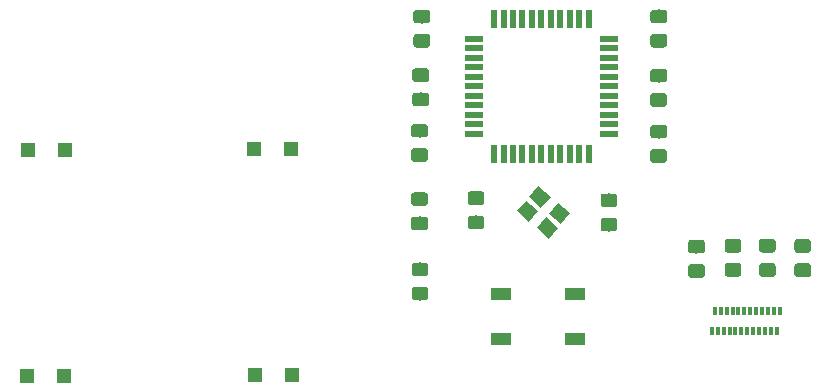
<source format=gtp>
G04 #@! TF.GenerationSoftware,KiCad,Pcbnew,5.1.4*
G04 #@! TF.CreationDate,2019-08-23T15:49:18-05:00*
G04 #@! TF.ProjectId,first_keyboard,66697273-745f-46b6-9579-626f6172642e,rev?*
G04 #@! TF.SameCoordinates,Original*
G04 #@! TF.FileFunction,Paste,Top*
G04 #@! TF.FilePolarity,Positive*
%FSLAX46Y46*%
G04 Gerber Fmt 4.6, Leading zero omitted, Abs format (unit mm)*
G04 Created by KiCad (PCBNEW 5.1.4) date 2019-08-23 15:49:18*
%MOMM*%
%LPD*%
G04 APERTURE LIST*
%ADD10R,0.550000X1.500000*%
%ADD11R,1.500000X0.550000*%
%ADD12C,0.100000*%
%ADD13C,1.150000*%
%ADD14R,1.200000X1.200000*%
%ADD15R,0.300000X0.700000*%
%ADD16R,1.700000X1.000000*%
%ADD17C,1.200000*%
G04 APERTURE END LIST*
D10*
X135968750Y-82773750D03*
X136768750Y-82773750D03*
X137568750Y-82773750D03*
X138368750Y-82773750D03*
X139168750Y-82773750D03*
X139968750Y-82773750D03*
X140768750Y-82773750D03*
X141568750Y-82773750D03*
X142368750Y-82773750D03*
X143168750Y-82773750D03*
X143968750Y-82773750D03*
D11*
X145668750Y-84473750D03*
X145668750Y-85273750D03*
X145668750Y-86073750D03*
X145668750Y-86873750D03*
X145668750Y-87673750D03*
X145668750Y-88473750D03*
X145668750Y-89273750D03*
X145668750Y-90073750D03*
X145668750Y-90873750D03*
X145668750Y-91673750D03*
X145668750Y-92473750D03*
D10*
X143968750Y-94173750D03*
X143168750Y-94173750D03*
X142368750Y-94173750D03*
X141568750Y-94173750D03*
X140768750Y-94173750D03*
X139968750Y-94173750D03*
X139168750Y-94173750D03*
X138368750Y-94173750D03*
X137568750Y-94173750D03*
X136768750Y-94173750D03*
X135968750Y-94173750D03*
D11*
X134268750Y-92473750D03*
X134268750Y-91673750D03*
X134268750Y-90873750D03*
X134268750Y-90073750D03*
X134268750Y-89273750D03*
X134268750Y-88473750D03*
X134268750Y-87673750D03*
X134268750Y-86873750D03*
X134268750Y-86073750D03*
X134268750Y-85273750D03*
X134268750Y-84473750D03*
D12*
G36*
X134912005Y-99418704D02*
G01*
X134936273Y-99422304D01*
X134960072Y-99428265D01*
X134983171Y-99436530D01*
X135005350Y-99447020D01*
X135026393Y-99459632D01*
X135046099Y-99474247D01*
X135064277Y-99490723D01*
X135080753Y-99508901D01*
X135095368Y-99528607D01*
X135107980Y-99549650D01*
X135118470Y-99571829D01*
X135126735Y-99594928D01*
X135132696Y-99618727D01*
X135136296Y-99642995D01*
X135137500Y-99667499D01*
X135137500Y-100317501D01*
X135136296Y-100342005D01*
X135132696Y-100366273D01*
X135126735Y-100390072D01*
X135118470Y-100413171D01*
X135107980Y-100435350D01*
X135095368Y-100456393D01*
X135080753Y-100476099D01*
X135064277Y-100494277D01*
X135046099Y-100510753D01*
X135026393Y-100525368D01*
X135005350Y-100537980D01*
X134983171Y-100548470D01*
X134960072Y-100556735D01*
X134936273Y-100562696D01*
X134912005Y-100566296D01*
X134887501Y-100567500D01*
X133987499Y-100567500D01*
X133962995Y-100566296D01*
X133938727Y-100562696D01*
X133914928Y-100556735D01*
X133891829Y-100548470D01*
X133869650Y-100537980D01*
X133848607Y-100525368D01*
X133828901Y-100510753D01*
X133810723Y-100494277D01*
X133794247Y-100476099D01*
X133779632Y-100456393D01*
X133767020Y-100435350D01*
X133756530Y-100413171D01*
X133748265Y-100390072D01*
X133742304Y-100366273D01*
X133738704Y-100342005D01*
X133737500Y-100317501D01*
X133737500Y-99667499D01*
X133738704Y-99642995D01*
X133742304Y-99618727D01*
X133748265Y-99594928D01*
X133756530Y-99571829D01*
X133767020Y-99549650D01*
X133779632Y-99528607D01*
X133794247Y-99508901D01*
X133810723Y-99490723D01*
X133828901Y-99474247D01*
X133848607Y-99459632D01*
X133869650Y-99447020D01*
X133891829Y-99436530D01*
X133914928Y-99428265D01*
X133938727Y-99422304D01*
X133962995Y-99418704D01*
X133987499Y-99417500D01*
X134887501Y-99417500D01*
X134912005Y-99418704D01*
X134912005Y-99418704D01*
G37*
D13*
X134437500Y-99992500D03*
D12*
G36*
X134912005Y-97368704D02*
G01*
X134936273Y-97372304D01*
X134960072Y-97378265D01*
X134983171Y-97386530D01*
X135005350Y-97397020D01*
X135026393Y-97409632D01*
X135046099Y-97424247D01*
X135064277Y-97440723D01*
X135080753Y-97458901D01*
X135095368Y-97478607D01*
X135107980Y-97499650D01*
X135118470Y-97521829D01*
X135126735Y-97544928D01*
X135132696Y-97568727D01*
X135136296Y-97592995D01*
X135137500Y-97617499D01*
X135137500Y-98267501D01*
X135136296Y-98292005D01*
X135132696Y-98316273D01*
X135126735Y-98340072D01*
X135118470Y-98363171D01*
X135107980Y-98385350D01*
X135095368Y-98406393D01*
X135080753Y-98426099D01*
X135064277Y-98444277D01*
X135046099Y-98460753D01*
X135026393Y-98475368D01*
X135005350Y-98487980D01*
X134983171Y-98498470D01*
X134960072Y-98506735D01*
X134936273Y-98512696D01*
X134912005Y-98516296D01*
X134887501Y-98517500D01*
X133987499Y-98517500D01*
X133962995Y-98516296D01*
X133938727Y-98512696D01*
X133914928Y-98506735D01*
X133891829Y-98498470D01*
X133869650Y-98487980D01*
X133848607Y-98475368D01*
X133828901Y-98460753D01*
X133810723Y-98444277D01*
X133794247Y-98426099D01*
X133779632Y-98406393D01*
X133767020Y-98385350D01*
X133756530Y-98363171D01*
X133748265Y-98340072D01*
X133742304Y-98316273D01*
X133738704Y-98292005D01*
X133737500Y-98267501D01*
X133737500Y-97617499D01*
X133738704Y-97592995D01*
X133742304Y-97568727D01*
X133748265Y-97544928D01*
X133756530Y-97521829D01*
X133767020Y-97499650D01*
X133779632Y-97478607D01*
X133794247Y-97458901D01*
X133810723Y-97440723D01*
X133828901Y-97424247D01*
X133848607Y-97409632D01*
X133869650Y-97397020D01*
X133891829Y-97386530D01*
X133914928Y-97378265D01*
X133938727Y-97372304D01*
X133962995Y-97368704D01*
X133987499Y-97367500D01*
X134887501Y-97367500D01*
X134912005Y-97368704D01*
X134912005Y-97368704D01*
G37*
D13*
X134437500Y-97942500D03*
D12*
G36*
X146162005Y-97556204D02*
G01*
X146186273Y-97559804D01*
X146210072Y-97565765D01*
X146233171Y-97574030D01*
X146255350Y-97584520D01*
X146276393Y-97597132D01*
X146296099Y-97611747D01*
X146314277Y-97628223D01*
X146330753Y-97646401D01*
X146345368Y-97666107D01*
X146357980Y-97687150D01*
X146368470Y-97709329D01*
X146376735Y-97732428D01*
X146382696Y-97756227D01*
X146386296Y-97780495D01*
X146387500Y-97804999D01*
X146387500Y-98455001D01*
X146386296Y-98479505D01*
X146382696Y-98503773D01*
X146376735Y-98527572D01*
X146368470Y-98550671D01*
X146357980Y-98572850D01*
X146345368Y-98593893D01*
X146330753Y-98613599D01*
X146314277Y-98631777D01*
X146296099Y-98648253D01*
X146276393Y-98662868D01*
X146255350Y-98675480D01*
X146233171Y-98685970D01*
X146210072Y-98694235D01*
X146186273Y-98700196D01*
X146162005Y-98703796D01*
X146137501Y-98705000D01*
X145237499Y-98705000D01*
X145212995Y-98703796D01*
X145188727Y-98700196D01*
X145164928Y-98694235D01*
X145141829Y-98685970D01*
X145119650Y-98675480D01*
X145098607Y-98662868D01*
X145078901Y-98648253D01*
X145060723Y-98631777D01*
X145044247Y-98613599D01*
X145029632Y-98593893D01*
X145017020Y-98572850D01*
X145006530Y-98550671D01*
X144998265Y-98527572D01*
X144992304Y-98503773D01*
X144988704Y-98479505D01*
X144987500Y-98455001D01*
X144987500Y-97804999D01*
X144988704Y-97780495D01*
X144992304Y-97756227D01*
X144998265Y-97732428D01*
X145006530Y-97709329D01*
X145017020Y-97687150D01*
X145029632Y-97666107D01*
X145044247Y-97646401D01*
X145060723Y-97628223D01*
X145078901Y-97611747D01*
X145098607Y-97597132D01*
X145119650Y-97584520D01*
X145141829Y-97574030D01*
X145164928Y-97565765D01*
X145188727Y-97559804D01*
X145212995Y-97556204D01*
X145237499Y-97555000D01*
X146137501Y-97555000D01*
X146162005Y-97556204D01*
X146162005Y-97556204D01*
G37*
D13*
X145687500Y-98130000D03*
D12*
G36*
X146162005Y-99606204D02*
G01*
X146186273Y-99609804D01*
X146210072Y-99615765D01*
X146233171Y-99624030D01*
X146255350Y-99634520D01*
X146276393Y-99647132D01*
X146296099Y-99661747D01*
X146314277Y-99678223D01*
X146330753Y-99696401D01*
X146345368Y-99716107D01*
X146357980Y-99737150D01*
X146368470Y-99759329D01*
X146376735Y-99782428D01*
X146382696Y-99806227D01*
X146386296Y-99830495D01*
X146387500Y-99854999D01*
X146387500Y-100505001D01*
X146386296Y-100529505D01*
X146382696Y-100553773D01*
X146376735Y-100577572D01*
X146368470Y-100600671D01*
X146357980Y-100622850D01*
X146345368Y-100643893D01*
X146330753Y-100663599D01*
X146314277Y-100681777D01*
X146296099Y-100698253D01*
X146276393Y-100712868D01*
X146255350Y-100725480D01*
X146233171Y-100735970D01*
X146210072Y-100744235D01*
X146186273Y-100750196D01*
X146162005Y-100753796D01*
X146137501Y-100755000D01*
X145237499Y-100755000D01*
X145212995Y-100753796D01*
X145188727Y-100750196D01*
X145164928Y-100744235D01*
X145141829Y-100735970D01*
X145119650Y-100725480D01*
X145098607Y-100712868D01*
X145078901Y-100698253D01*
X145060723Y-100681777D01*
X145044247Y-100663599D01*
X145029632Y-100643893D01*
X145017020Y-100622850D01*
X145006530Y-100600671D01*
X144998265Y-100577572D01*
X144992304Y-100553773D01*
X144988704Y-100529505D01*
X144987500Y-100505001D01*
X144987500Y-99854999D01*
X144988704Y-99830495D01*
X144992304Y-99806227D01*
X144998265Y-99782428D01*
X145006530Y-99759329D01*
X145017020Y-99737150D01*
X145029632Y-99716107D01*
X145044247Y-99696401D01*
X145060723Y-99678223D01*
X145078901Y-99661747D01*
X145098607Y-99647132D01*
X145119650Y-99634520D01*
X145141829Y-99624030D01*
X145164928Y-99615765D01*
X145188727Y-99609804D01*
X145212995Y-99606204D01*
X145237499Y-99605000D01*
X146137501Y-99605000D01*
X146162005Y-99606204D01*
X146162005Y-99606204D01*
G37*
D13*
X145687500Y-100180000D03*
D12*
G36*
X150380755Y-84043704D02*
G01*
X150405023Y-84047304D01*
X150428822Y-84053265D01*
X150451921Y-84061530D01*
X150474100Y-84072020D01*
X150495143Y-84084632D01*
X150514849Y-84099247D01*
X150533027Y-84115723D01*
X150549503Y-84133901D01*
X150564118Y-84153607D01*
X150576730Y-84174650D01*
X150587220Y-84196829D01*
X150595485Y-84219928D01*
X150601446Y-84243727D01*
X150605046Y-84267995D01*
X150606250Y-84292499D01*
X150606250Y-84942501D01*
X150605046Y-84967005D01*
X150601446Y-84991273D01*
X150595485Y-85015072D01*
X150587220Y-85038171D01*
X150576730Y-85060350D01*
X150564118Y-85081393D01*
X150549503Y-85101099D01*
X150533027Y-85119277D01*
X150514849Y-85135753D01*
X150495143Y-85150368D01*
X150474100Y-85162980D01*
X150451921Y-85173470D01*
X150428822Y-85181735D01*
X150405023Y-85187696D01*
X150380755Y-85191296D01*
X150356251Y-85192500D01*
X149456249Y-85192500D01*
X149431745Y-85191296D01*
X149407477Y-85187696D01*
X149383678Y-85181735D01*
X149360579Y-85173470D01*
X149338400Y-85162980D01*
X149317357Y-85150368D01*
X149297651Y-85135753D01*
X149279473Y-85119277D01*
X149262997Y-85101099D01*
X149248382Y-85081393D01*
X149235770Y-85060350D01*
X149225280Y-85038171D01*
X149217015Y-85015072D01*
X149211054Y-84991273D01*
X149207454Y-84967005D01*
X149206250Y-84942501D01*
X149206250Y-84292499D01*
X149207454Y-84267995D01*
X149211054Y-84243727D01*
X149217015Y-84219928D01*
X149225280Y-84196829D01*
X149235770Y-84174650D01*
X149248382Y-84153607D01*
X149262997Y-84133901D01*
X149279473Y-84115723D01*
X149297651Y-84099247D01*
X149317357Y-84084632D01*
X149338400Y-84072020D01*
X149360579Y-84061530D01*
X149383678Y-84053265D01*
X149407477Y-84047304D01*
X149431745Y-84043704D01*
X149456249Y-84042500D01*
X150356251Y-84042500D01*
X150380755Y-84043704D01*
X150380755Y-84043704D01*
G37*
D13*
X149906250Y-84617500D03*
D12*
G36*
X150380755Y-81993704D02*
G01*
X150405023Y-81997304D01*
X150428822Y-82003265D01*
X150451921Y-82011530D01*
X150474100Y-82022020D01*
X150495143Y-82034632D01*
X150514849Y-82049247D01*
X150533027Y-82065723D01*
X150549503Y-82083901D01*
X150564118Y-82103607D01*
X150576730Y-82124650D01*
X150587220Y-82146829D01*
X150595485Y-82169928D01*
X150601446Y-82193727D01*
X150605046Y-82217995D01*
X150606250Y-82242499D01*
X150606250Y-82892501D01*
X150605046Y-82917005D01*
X150601446Y-82941273D01*
X150595485Y-82965072D01*
X150587220Y-82988171D01*
X150576730Y-83010350D01*
X150564118Y-83031393D01*
X150549503Y-83051099D01*
X150533027Y-83069277D01*
X150514849Y-83085753D01*
X150495143Y-83100368D01*
X150474100Y-83112980D01*
X150451921Y-83123470D01*
X150428822Y-83131735D01*
X150405023Y-83137696D01*
X150380755Y-83141296D01*
X150356251Y-83142500D01*
X149456249Y-83142500D01*
X149431745Y-83141296D01*
X149407477Y-83137696D01*
X149383678Y-83131735D01*
X149360579Y-83123470D01*
X149338400Y-83112980D01*
X149317357Y-83100368D01*
X149297651Y-83085753D01*
X149279473Y-83069277D01*
X149262997Y-83051099D01*
X149248382Y-83031393D01*
X149235770Y-83010350D01*
X149225280Y-82988171D01*
X149217015Y-82965072D01*
X149211054Y-82941273D01*
X149207454Y-82917005D01*
X149206250Y-82892501D01*
X149206250Y-82242499D01*
X149207454Y-82217995D01*
X149211054Y-82193727D01*
X149217015Y-82169928D01*
X149225280Y-82146829D01*
X149235770Y-82124650D01*
X149248382Y-82103607D01*
X149262997Y-82083901D01*
X149279473Y-82065723D01*
X149297651Y-82049247D01*
X149317357Y-82034632D01*
X149338400Y-82022020D01*
X149360579Y-82011530D01*
X149383678Y-82003265D01*
X149407477Y-81997304D01*
X149431745Y-81993704D01*
X149456249Y-81992500D01*
X150356251Y-81992500D01*
X150380755Y-81993704D01*
X150380755Y-81993704D01*
G37*
D13*
X149906250Y-82567500D03*
D12*
G36*
X150380755Y-93793704D02*
G01*
X150405023Y-93797304D01*
X150428822Y-93803265D01*
X150451921Y-93811530D01*
X150474100Y-93822020D01*
X150495143Y-93834632D01*
X150514849Y-93849247D01*
X150533027Y-93865723D01*
X150549503Y-93883901D01*
X150564118Y-93903607D01*
X150576730Y-93924650D01*
X150587220Y-93946829D01*
X150595485Y-93969928D01*
X150601446Y-93993727D01*
X150605046Y-94017995D01*
X150606250Y-94042499D01*
X150606250Y-94692501D01*
X150605046Y-94717005D01*
X150601446Y-94741273D01*
X150595485Y-94765072D01*
X150587220Y-94788171D01*
X150576730Y-94810350D01*
X150564118Y-94831393D01*
X150549503Y-94851099D01*
X150533027Y-94869277D01*
X150514849Y-94885753D01*
X150495143Y-94900368D01*
X150474100Y-94912980D01*
X150451921Y-94923470D01*
X150428822Y-94931735D01*
X150405023Y-94937696D01*
X150380755Y-94941296D01*
X150356251Y-94942500D01*
X149456249Y-94942500D01*
X149431745Y-94941296D01*
X149407477Y-94937696D01*
X149383678Y-94931735D01*
X149360579Y-94923470D01*
X149338400Y-94912980D01*
X149317357Y-94900368D01*
X149297651Y-94885753D01*
X149279473Y-94869277D01*
X149262997Y-94851099D01*
X149248382Y-94831393D01*
X149235770Y-94810350D01*
X149225280Y-94788171D01*
X149217015Y-94765072D01*
X149211054Y-94741273D01*
X149207454Y-94717005D01*
X149206250Y-94692501D01*
X149206250Y-94042499D01*
X149207454Y-94017995D01*
X149211054Y-93993727D01*
X149217015Y-93969928D01*
X149225280Y-93946829D01*
X149235770Y-93924650D01*
X149248382Y-93903607D01*
X149262997Y-93883901D01*
X149279473Y-93865723D01*
X149297651Y-93849247D01*
X149317357Y-93834632D01*
X149338400Y-93822020D01*
X149360579Y-93811530D01*
X149383678Y-93803265D01*
X149407477Y-93797304D01*
X149431745Y-93793704D01*
X149456249Y-93792500D01*
X150356251Y-93792500D01*
X150380755Y-93793704D01*
X150380755Y-93793704D01*
G37*
D13*
X149906250Y-94367500D03*
D12*
G36*
X150380755Y-91743704D02*
G01*
X150405023Y-91747304D01*
X150428822Y-91753265D01*
X150451921Y-91761530D01*
X150474100Y-91772020D01*
X150495143Y-91784632D01*
X150514849Y-91799247D01*
X150533027Y-91815723D01*
X150549503Y-91833901D01*
X150564118Y-91853607D01*
X150576730Y-91874650D01*
X150587220Y-91896829D01*
X150595485Y-91919928D01*
X150601446Y-91943727D01*
X150605046Y-91967995D01*
X150606250Y-91992499D01*
X150606250Y-92642501D01*
X150605046Y-92667005D01*
X150601446Y-92691273D01*
X150595485Y-92715072D01*
X150587220Y-92738171D01*
X150576730Y-92760350D01*
X150564118Y-92781393D01*
X150549503Y-92801099D01*
X150533027Y-92819277D01*
X150514849Y-92835753D01*
X150495143Y-92850368D01*
X150474100Y-92862980D01*
X150451921Y-92873470D01*
X150428822Y-92881735D01*
X150405023Y-92887696D01*
X150380755Y-92891296D01*
X150356251Y-92892500D01*
X149456249Y-92892500D01*
X149431745Y-92891296D01*
X149407477Y-92887696D01*
X149383678Y-92881735D01*
X149360579Y-92873470D01*
X149338400Y-92862980D01*
X149317357Y-92850368D01*
X149297651Y-92835753D01*
X149279473Y-92819277D01*
X149262997Y-92801099D01*
X149248382Y-92781393D01*
X149235770Y-92760350D01*
X149225280Y-92738171D01*
X149217015Y-92715072D01*
X149211054Y-92691273D01*
X149207454Y-92667005D01*
X149206250Y-92642501D01*
X149206250Y-91992499D01*
X149207454Y-91967995D01*
X149211054Y-91943727D01*
X149217015Y-91919928D01*
X149225280Y-91896829D01*
X149235770Y-91874650D01*
X149248382Y-91853607D01*
X149262997Y-91833901D01*
X149279473Y-91815723D01*
X149297651Y-91799247D01*
X149317357Y-91784632D01*
X149338400Y-91772020D01*
X149360579Y-91761530D01*
X149383678Y-91753265D01*
X149407477Y-91747304D01*
X149431745Y-91743704D01*
X149456249Y-91742500D01*
X150356251Y-91742500D01*
X150380755Y-91743704D01*
X150380755Y-91743704D01*
G37*
D13*
X149906250Y-92317500D03*
D12*
G36*
X130130755Y-91656204D02*
G01*
X130155023Y-91659804D01*
X130178822Y-91665765D01*
X130201921Y-91674030D01*
X130224100Y-91684520D01*
X130245143Y-91697132D01*
X130264849Y-91711747D01*
X130283027Y-91728223D01*
X130299503Y-91746401D01*
X130314118Y-91766107D01*
X130326730Y-91787150D01*
X130337220Y-91809329D01*
X130345485Y-91832428D01*
X130351446Y-91856227D01*
X130355046Y-91880495D01*
X130356250Y-91904999D01*
X130356250Y-92555001D01*
X130355046Y-92579505D01*
X130351446Y-92603773D01*
X130345485Y-92627572D01*
X130337220Y-92650671D01*
X130326730Y-92672850D01*
X130314118Y-92693893D01*
X130299503Y-92713599D01*
X130283027Y-92731777D01*
X130264849Y-92748253D01*
X130245143Y-92762868D01*
X130224100Y-92775480D01*
X130201921Y-92785970D01*
X130178822Y-92794235D01*
X130155023Y-92800196D01*
X130130755Y-92803796D01*
X130106251Y-92805000D01*
X129206249Y-92805000D01*
X129181745Y-92803796D01*
X129157477Y-92800196D01*
X129133678Y-92794235D01*
X129110579Y-92785970D01*
X129088400Y-92775480D01*
X129067357Y-92762868D01*
X129047651Y-92748253D01*
X129029473Y-92731777D01*
X129012997Y-92713599D01*
X128998382Y-92693893D01*
X128985770Y-92672850D01*
X128975280Y-92650671D01*
X128967015Y-92627572D01*
X128961054Y-92603773D01*
X128957454Y-92579505D01*
X128956250Y-92555001D01*
X128956250Y-91904999D01*
X128957454Y-91880495D01*
X128961054Y-91856227D01*
X128967015Y-91832428D01*
X128975280Y-91809329D01*
X128985770Y-91787150D01*
X128998382Y-91766107D01*
X129012997Y-91746401D01*
X129029473Y-91728223D01*
X129047651Y-91711747D01*
X129067357Y-91697132D01*
X129088400Y-91684520D01*
X129110579Y-91674030D01*
X129133678Y-91665765D01*
X129157477Y-91659804D01*
X129181745Y-91656204D01*
X129206249Y-91655000D01*
X130106251Y-91655000D01*
X130130755Y-91656204D01*
X130130755Y-91656204D01*
G37*
D13*
X129656250Y-92230000D03*
D12*
G36*
X130130755Y-93706204D02*
G01*
X130155023Y-93709804D01*
X130178822Y-93715765D01*
X130201921Y-93724030D01*
X130224100Y-93734520D01*
X130245143Y-93747132D01*
X130264849Y-93761747D01*
X130283027Y-93778223D01*
X130299503Y-93796401D01*
X130314118Y-93816107D01*
X130326730Y-93837150D01*
X130337220Y-93859329D01*
X130345485Y-93882428D01*
X130351446Y-93906227D01*
X130355046Y-93930495D01*
X130356250Y-93954999D01*
X130356250Y-94605001D01*
X130355046Y-94629505D01*
X130351446Y-94653773D01*
X130345485Y-94677572D01*
X130337220Y-94700671D01*
X130326730Y-94722850D01*
X130314118Y-94743893D01*
X130299503Y-94763599D01*
X130283027Y-94781777D01*
X130264849Y-94798253D01*
X130245143Y-94812868D01*
X130224100Y-94825480D01*
X130201921Y-94835970D01*
X130178822Y-94844235D01*
X130155023Y-94850196D01*
X130130755Y-94853796D01*
X130106251Y-94855000D01*
X129206249Y-94855000D01*
X129181745Y-94853796D01*
X129157477Y-94850196D01*
X129133678Y-94844235D01*
X129110579Y-94835970D01*
X129088400Y-94825480D01*
X129067357Y-94812868D01*
X129047651Y-94798253D01*
X129029473Y-94781777D01*
X129012997Y-94763599D01*
X128998382Y-94743893D01*
X128985770Y-94722850D01*
X128975280Y-94700671D01*
X128967015Y-94677572D01*
X128961054Y-94653773D01*
X128957454Y-94629505D01*
X128956250Y-94605001D01*
X128956250Y-93954999D01*
X128957454Y-93930495D01*
X128961054Y-93906227D01*
X128967015Y-93882428D01*
X128975280Y-93859329D01*
X128985770Y-93837150D01*
X128998382Y-93816107D01*
X129012997Y-93796401D01*
X129029473Y-93778223D01*
X129047651Y-93761747D01*
X129067357Y-93747132D01*
X129088400Y-93734520D01*
X129110579Y-93724030D01*
X129133678Y-93715765D01*
X129157477Y-93709804D01*
X129181745Y-93706204D01*
X129206249Y-93705000D01*
X130106251Y-93705000D01*
X130130755Y-93706204D01*
X130130755Y-93706204D01*
G37*
D13*
X129656250Y-94280000D03*
D12*
G36*
X130130755Y-99512454D02*
G01*
X130155023Y-99516054D01*
X130178822Y-99522015D01*
X130201921Y-99530280D01*
X130224100Y-99540770D01*
X130245143Y-99553382D01*
X130264849Y-99567997D01*
X130283027Y-99584473D01*
X130299503Y-99602651D01*
X130314118Y-99622357D01*
X130326730Y-99643400D01*
X130337220Y-99665579D01*
X130345485Y-99688678D01*
X130351446Y-99712477D01*
X130355046Y-99736745D01*
X130356250Y-99761249D01*
X130356250Y-100411251D01*
X130355046Y-100435755D01*
X130351446Y-100460023D01*
X130345485Y-100483822D01*
X130337220Y-100506921D01*
X130326730Y-100529100D01*
X130314118Y-100550143D01*
X130299503Y-100569849D01*
X130283027Y-100588027D01*
X130264849Y-100604503D01*
X130245143Y-100619118D01*
X130224100Y-100631730D01*
X130201921Y-100642220D01*
X130178822Y-100650485D01*
X130155023Y-100656446D01*
X130130755Y-100660046D01*
X130106251Y-100661250D01*
X129206249Y-100661250D01*
X129181745Y-100660046D01*
X129157477Y-100656446D01*
X129133678Y-100650485D01*
X129110579Y-100642220D01*
X129088400Y-100631730D01*
X129067357Y-100619118D01*
X129047651Y-100604503D01*
X129029473Y-100588027D01*
X129012997Y-100569849D01*
X128998382Y-100550143D01*
X128985770Y-100529100D01*
X128975280Y-100506921D01*
X128967015Y-100483822D01*
X128961054Y-100460023D01*
X128957454Y-100435755D01*
X128956250Y-100411251D01*
X128956250Y-99761249D01*
X128957454Y-99736745D01*
X128961054Y-99712477D01*
X128967015Y-99688678D01*
X128975280Y-99665579D01*
X128985770Y-99643400D01*
X128998382Y-99622357D01*
X129012997Y-99602651D01*
X129029473Y-99584473D01*
X129047651Y-99567997D01*
X129067357Y-99553382D01*
X129088400Y-99540770D01*
X129110579Y-99530280D01*
X129133678Y-99522015D01*
X129157477Y-99516054D01*
X129181745Y-99512454D01*
X129206249Y-99511250D01*
X130106251Y-99511250D01*
X130130755Y-99512454D01*
X130130755Y-99512454D01*
G37*
D13*
X129656250Y-100086250D03*
D12*
G36*
X130130755Y-97462454D02*
G01*
X130155023Y-97466054D01*
X130178822Y-97472015D01*
X130201921Y-97480280D01*
X130224100Y-97490770D01*
X130245143Y-97503382D01*
X130264849Y-97517997D01*
X130283027Y-97534473D01*
X130299503Y-97552651D01*
X130314118Y-97572357D01*
X130326730Y-97593400D01*
X130337220Y-97615579D01*
X130345485Y-97638678D01*
X130351446Y-97662477D01*
X130355046Y-97686745D01*
X130356250Y-97711249D01*
X130356250Y-98361251D01*
X130355046Y-98385755D01*
X130351446Y-98410023D01*
X130345485Y-98433822D01*
X130337220Y-98456921D01*
X130326730Y-98479100D01*
X130314118Y-98500143D01*
X130299503Y-98519849D01*
X130283027Y-98538027D01*
X130264849Y-98554503D01*
X130245143Y-98569118D01*
X130224100Y-98581730D01*
X130201921Y-98592220D01*
X130178822Y-98600485D01*
X130155023Y-98606446D01*
X130130755Y-98610046D01*
X130106251Y-98611250D01*
X129206249Y-98611250D01*
X129181745Y-98610046D01*
X129157477Y-98606446D01*
X129133678Y-98600485D01*
X129110579Y-98592220D01*
X129088400Y-98581730D01*
X129067357Y-98569118D01*
X129047651Y-98554503D01*
X129029473Y-98538027D01*
X129012997Y-98519849D01*
X128998382Y-98500143D01*
X128985770Y-98479100D01*
X128975280Y-98456921D01*
X128967015Y-98433822D01*
X128961054Y-98410023D01*
X128957454Y-98385755D01*
X128956250Y-98361251D01*
X128956250Y-97711249D01*
X128957454Y-97686745D01*
X128961054Y-97662477D01*
X128967015Y-97638678D01*
X128975280Y-97615579D01*
X128985770Y-97593400D01*
X128998382Y-97572357D01*
X129012997Y-97552651D01*
X129029473Y-97534473D01*
X129047651Y-97517997D01*
X129067357Y-97503382D01*
X129088400Y-97490770D01*
X129110579Y-97480280D01*
X129133678Y-97472015D01*
X129157477Y-97466054D01*
X129181745Y-97462454D01*
X129206249Y-97461250D01*
X130106251Y-97461250D01*
X130130755Y-97462454D01*
X130130755Y-97462454D01*
G37*
D13*
X129656250Y-98036250D03*
D12*
G36*
X130318255Y-81999954D02*
G01*
X130342523Y-82003554D01*
X130366322Y-82009515D01*
X130389421Y-82017780D01*
X130411600Y-82028270D01*
X130432643Y-82040882D01*
X130452349Y-82055497D01*
X130470527Y-82071973D01*
X130487003Y-82090151D01*
X130501618Y-82109857D01*
X130514230Y-82130900D01*
X130524720Y-82153079D01*
X130532985Y-82176178D01*
X130538946Y-82199977D01*
X130542546Y-82224245D01*
X130543750Y-82248749D01*
X130543750Y-82898751D01*
X130542546Y-82923255D01*
X130538946Y-82947523D01*
X130532985Y-82971322D01*
X130524720Y-82994421D01*
X130514230Y-83016600D01*
X130501618Y-83037643D01*
X130487003Y-83057349D01*
X130470527Y-83075527D01*
X130452349Y-83092003D01*
X130432643Y-83106618D01*
X130411600Y-83119230D01*
X130389421Y-83129720D01*
X130366322Y-83137985D01*
X130342523Y-83143946D01*
X130318255Y-83147546D01*
X130293751Y-83148750D01*
X129393749Y-83148750D01*
X129369245Y-83147546D01*
X129344977Y-83143946D01*
X129321178Y-83137985D01*
X129298079Y-83129720D01*
X129275900Y-83119230D01*
X129254857Y-83106618D01*
X129235151Y-83092003D01*
X129216973Y-83075527D01*
X129200497Y-83057349D01*
X129185882Y-83037643D01*
X129173270Y-83016600D01*
X129162780Y-82994421D01*
X129154515Y-82971322D01*
X129148554Y-82947523D01*
X129144954Y-82923255D01*
X129143750Y-82898751D01*
X129143750Y-82248749D01*
X129144954Y-82224245D01*
X129148554Y-82199977D01*
X129154515Y-82176178D01*
X129162780Y-82153079D01*
X129173270Y-82130900D01*
X129185882Y-82109857D01*
X129200497Y-82090151D01*
X129216973Y-82071973D01*
X129235151Y-82055497D01*
X129254857Y-82040882D01*
X129275900Y-82028270D01*
X129298079Y-82017780D01*
X129321178Y-82009515D01*
X129344977Y-82003554D01*
X129369245Y-81999954D01*
X129393749Y-81998750D01*
X130293751Y-81998750D01*
X130318255Y-81999954D01*
X130318255Y-81999954D01*
G37*
D13*
X129843750Y-82573750D03*
D12*
G36*
X130318255Y-84049954D02*
G01*
X130342523Y-84053554D01*
X130366322Y-84059515D01*
X130389421Y-84067780D01*
X130411600Y-84078270D01*
X130432643Y-84090882D01*
X130452349Y-84105497D01*
X130470527Y-84121973D01*
X130487003Y-84140151D01*
X130501618Y-84159857D01*
X130514230Y-84180900D01*
X130524720Y-84203079D01*
X130532985Y-84226178D01*
X130538946Y-84249977D01*
X130542546Y-84274245D01*
X130543750Y-84298749D01*
X130543750Y-84948751D01*
X130542546Y-84973255D01*
X130538946Y-84997523D01*
X130532985Y-85021322D01*
X130524720Y-85044421D01*
X130514230Y-85066600D01*
X130501618Y-85087643D01*
X130487003Y-85107349D01*
X130470527Y-85125527D01*
X130452349Y-85142003D01*
X130432643Y-85156618D01*
X130411600Y-85169230D01*
X130389421Y-85179720D01*
X130366322Y-85187985D01*
X130342523Y-85193946D01*
X130318255Y-85197546D01*
X130293751Y-85198750D01*
X129393749Y-85198750D01*
X129369245Y-85197546D01*
X129344977Y-85193946D01*
X129321178Y-85187985D01*
X129298079Y-85179720D01*
X129275900Y-85169230D01*
X129254857Y-85156618D01*
X129235151Y-85142003D01*
X129216973Y-85125527D01*
X129200497Y-85107349D01*
X129185882Y-85087643D01*
X129173270Y-85066600D01*
X129162780Y-85044421D01*
X129154515Y-85021322D01*
X129148554Y-84997523D01*
X129144954Y-84973255D01*
X129143750Y-84948751D01*
X129143750Y-84298749D01*
X129144954Y-84274245D01*
X129148554Y-84249977D01*
X129154515Y-84226178D01*
X129162780Y-84203079D01*
X129173270Y-84180900D01*
X129185882Y-84159857D01*
X129200497Y-84140151D01*
X129216973Y-84121973D01*
X129235151Y-84105497D01*
X129254857Y-84090882D01*
X129275900Y-84078270D01*
X129298079Y-84067780D01*
X129321178Y-84059515D01*
X129344977Y-84053554D01*
X129369245Y-84049954D01*
X129393749Y-84048750D01*
X130293751Y-84048750D01*
X130318255Y-84049954D01*
X130318255Y-84049954D01*
G37*
D13*
X129843750Y-84623750D03*
D12*
G36*
X130224505Y-86962454D02*
G01*
X130248773Y-86966054D01*
X130272572Y-86972015D01*
X130295671Y-86980280D01*
X130317850Y-86990770D01*
X130338893Y-87003382D01*
X130358599Y-87017997D01*
X130376777Y-87034473D01*
X130393253Y-87052651D01*
X130407868Y-87072357D01*
X130420480Y-87093400D01*
X130430970Y-87115579D01*
X130439235Y-87138678D01*
X130445196Y-87162477D01*
X130448796Y-87186745D01*
X130450000Y-87211249D01*
X130450000Y-87861251D01*
X130448796Y-87885755D01*
X130445196Y-87910023D01*
X130439235Y-87933822D01*
X130430970Y-87956921D01*
X130420480Y-87979100D01*
X130407868Y-88000143D01*
X130393253Y-88019849D01*
X130376777Y-88038027D01*
X130358599Y-88054503D01*
X130338893Y-88069118D01*
X130317850Y-88081730D01*
X130295671Y-88092220D01*
X130272572Y-88100485D01*
X130248773Y-88106446D01*
X130224505Y-88110046D01*
X130200001Y-88111250D01*
X129299999Y-88111250D01*
X129275495Y-88110046D01*
X129251227Y-88106446D01*
X129227428Y-88100485D01*
X129204329Y-88092220D01*
X129182150Y-88081730D01*
X129161107Y-88069118D01*
X129141401Y-88054503D01*
X129123223Y-88038027D01*
X129106747Y-88019849D01*
X129092132Y-88000143D01*
X129079520Y-87979100D01*
X129069030Y-87956921D01*
X129060765Y-87933822D01*
X129054804Y-87910023D01*
X129051204Y-87885755D01*
X129050000Y-87861251D01*
X129050000Y-87211249D01*
X129051204Y-87186745D01*
X129054804Y-87162477D01*
X129060765Y-87138678D01*
X129069030Y-87115579D01*
X129079520Y-87093400D01*
X129092132Y-87072357D01*
X129106747Y-87052651D01*
X129123223Y-87034473D01*
X129141401Y-87017997D01*
X129161107Y-87003382D01*
X129182150Y-86990770D01*
X129204329Y-86980280D01*
X129227428Y-86972015D01*
X129251227Y-86966054D01*
X129275495Y-86962454D01*
X129299999Y-86961250D01*
X130200001Y-86961250D01*
X130224505Y-86962454D01*
X130224505Y-86962454D01*
G37*
D13*
X129750000Y-87536250D03*
D12*
G36*
X130224505Y-89012454D02*
G01*
X130248773Y-89016054D01*
X130272572Y-89022015D01*
X130295671Y-89030280D01*
X130317850Y-89040770D01*
X130338893Y-89053382D01*
X130358599Y-89067997D01*
X130376777Y-89084473D01*
X130393253Y-89102651D01*
X130407868Y-89122357D01*
X130420480Y-89143400D01*
X130430970Y-89165579D01*
X130439235Y-89188678D01*
X130445196Y-89212477D01*
X130448796Y-89236745D01*
X130450000Y-89261249D01*
X130450000Y-89911251D01*
X130448796Y-89935755D01*
X130445196Y-89960023D01*
X130439235Y-89983822D01*
X130430970Y-90006921D01*
X130420480Y-90029100D01*
X130407868Y-90050143D01*
X130393253Y-90069849D01*
X130376777Y-90088027D01*
X130358599Y-90104503D01*
X130338893Y-90119118D01*
X130317850Y-90131730D01*
X130295671Y-90142220D01*
X130272572Y-90150485D01*
X130248773Y-90156446D01*
X130224505Y-90160046D01*
X130200001Y-90161250D01*
X129299999Y-90161250D01*
X129275495Y-90160046D01*
X129251227Y-90156446D01*
X129227428Y-90150485D01*
X129204329Y-90142220D01*
X129182150Y-90131730D01*
X129161107Y-90119118D01*
X129141401Y-90104503D01*
X129123223Y-90088027D01*
X129106747Y-90069849D01*
X129092132Y-90050143D01*
X129079520Y-90029100D01*
X129069030Y-90006921D01*
X129060765Y-89983822D01*
X129054804Y-89960023D01*
X129051204Y-89935755D01*
X129050000Y-89911251D01*
X129050000Y-89261249D01*
X129051204Y-89236745D01*
X129054804Y-89212477D01*
X129060765Y-89188678D01*
X129069030Y-89165579D01*
X129079520Y-89143400D01*
X129092132Y-89122357D01*
X129106747Y-89102651D01*
X129123223Y-89084473D01*
X129141401Y-89067997D01*
X129161107Y-89053382D01*
X129182150Y-89040770D01*
X129204329Y-89030280D01*
X129227428Y-89022015D01*
X129251227Y-89016054D01*
X129275495Y-89012454D01*
X129299999Y-89011250D01*
X130200001Y-89011250D01*
X130224505Y-89012454D01*
X130224505Y-89012454D01*
G37*
D13*
X129750000Y-89586250D03*
D14*
X96506250Y-93837500D03*
X99656250Y-93837500D03*
X96412500Y-112968750D03*
X99562500Y-112968750D03*
X118787500Y-93775000D03*
X115637500Y-93775000D03*
X118881250Y-112937500D03*
X115731250Y-112937500D03*
D15*
X154656250Y-107480000D03*
X155156250Y-107480000D03*
X155656250Y-107480000D03*
X156156250Y-107480000D03*
X156656250Y-107480000D03*
X157156250Y-107480000D03*
X157656250Y-107480000D03*
X160156250Y-107480000D03*
X159156250Y-107480000D03*
X158656250Y-107480000D03*
X158156250Y-107480000D03*
X159656250Y-107480000D03*
X159906250Y-109180000D03*
X159406250Y-109180000D03*
X158906250Y-109180000D03*
X158406250Y-109180000D03*
X157906250Y-109180000D03*
X157406250Y-109180000D03*
X156906250Y-109180000D03*
X156406250Y-109180000D03*
X155906250Y-109180000D03*
X155406250Y-109180000D03*
X154906250Y-109180000D03*
X154406250Y-109180000D03*
D12*
G36*
X130174505Y-105451204D02*
G01*
X130198773Y-105454804D01*
X130222572Y-105460765D01*
X130245671Y-105469030D01*
X130267850Y-105479520D01*
X130288893Y-105492132D01*
X130308599Y-105506747D01*
X130326777Y-105523223D01*
X130343253Y-105541401D01*
X130357868Y-105561107D01*
X130370480Y-105582150D01*
X130380970Y-105604329D01*
X130389235Y-105627428D01*
X130395196Y-105651227D01*
X130398796Y-105675495D01*
X130400000Y-105699999D01*
X130400000Y-106350001D01*
X130398796Y-106374505D01*
X130395196Y-106398773D01*
X130389235Y-106422572D01*
X130380970Y-106445671D01*
X130370480Y-106467850D01*
X130357868Y-106488893D01*
X130343253Y-106508599D01*
X130326777Y-106526777D01*
X130308599Y-106543253D01*
X130288893Y-106557868D01*
X130267850Y-106570480D01*
X130245671Y-106580970D01*
X130222572Y-106589235D01*
X130198773Y-106595196D01*
X130174505Y-106598796D01*
X130150001Y-106600000D01*
X129249999Y-106600000D01*
X129225495Y-106598796D01*
X129201227Y-106595196D01*
X129177428Y-106589235D01*
X129154329Y-106580970D01*
X129132150Y-106570480D01*
X129111107Y-106557868D01*
X129091401Y-106543253D01*
X129073223Y-106526777D01*
X129056747Y-106508599D01*
X129042132Y-106488893D01*
X129029520Y-106467850D01*
X129019030Y-106445671D01*
X129010765Y-106422572D01*
X129004804Y-106398773D01*
X129001204Y-106374505D01*
X129000000Y-106350001D01*
X129000000Y-105699999D01*
X129001204Y-105675495D01*
X129004804Y-105651227D01*
X129010765Y-105627428D01*
X129019030Y-105604329D01*
X129029520Y-105582150D01*
X129042132Y-105561107D01*
X129056747Y-105541401D01*
X129073223Y-105523223D01*
X129091401Y-105506747D01*
X129111107Y-105492132D01*
X129132150Y-105479520D01*
X129154329Y-105469030D01*
X129177428Y-105460765D01*
X129201227Y-105454804D01*
X129225495Y-105451204D01*
X129249999Y-105450000D01*
X130150001Y-105450000D01*
X130174505Y-105451204D01*
X130174505Y-105451204D01*
G37*
D13*
X129700000Y-106025000D03*
D12*
G36*
X130174505Y-103401204D02*
G01*
X130198773Y-103404804D01*
X130222572Y-103410765D01*
X130245671Y-103419030D01*
X130267850Y-103429520D01*
X130288893Y-103442132D01*
X130308599Y-103456747D01*
X130326777Y-103473223D01*
X130343253Y-103491401D01*
X130357868Y-103511107D01*
X130370480Y-103532150D01*
X130380970Y-103554329D01*
X130389235Y-103577428D01*
X130395196Y-103601227D01*
X130398796Y-103625495D01*
X130400000Y-103649999D01*
X130400000Y-104300001D01*
X130398796Y-104324505D01*
X130395196Y-104348773D01*
X130389235Y-104372572D01*
X130380970Y-104395671D01*
X130370480Y-104417850D01*
X130357868Y-104438893D01*
X130343253Y-104458599D01*
X130326777Y-104476777D01*
X130308599Y-104493253D01*
X130288893Y-104507868D01*
X130267850Y-104520480D01*
X130245671Y-104530970D01*
X130222572Y-104539235D01*
X130198773Y-104545196D01*
X130174505Y-104548796D01*
X130150001Y-104550000D01*
X129249999Y-104550000D01*
X129225495Y-104548796D01*
X129201227Y-104545196D01*
X129177428Y-104539235D01*
X129154329Y-104530970D01*
X129132150Y-104520480D01*
X129111107Y-104507868D01*
X129091401Y-104493253D01*
X129073223Y-104476777D01*
X129056747Y-104458599D01*
X129042132Y-104438893D01*
X129029520Y-104417850D01*
X129019030Y-104395671D01*
X129010765Y-104372572D01*
X129004804Y-104348773D01*
X129001204Y-104324505D01*
X129000000Y-104300001D01*
X129000000Y-103649999D01*
X129001204Y-103625495D01*
X129004804Y-103601227D01*
X129010765Y-103577428D01*
X129019030Y-103554329D01*
X129029520Y-103532150D01*
X129042132Y-103511107D01*
X129056747Y-103491401D01*
X129073223Y-103473223D01*
X129091401Y-103456747D01*
X129111107Y-103442132D01*
X129132150Y-103429520D01*
X129154329Y-103419030D01*
X129177428Y-103410765D01*
X129201227Y-103404804D01*
X129225495Y-103401204D01*
X129249999Y-103400000D01*
X130150001Y-103400000D01*
X130174505Y-103401204D01*
X130174505Y-103401204D01*
G37*
D13*
X129700000Y-103975000D03*
D12*
G36*
X150374505Y-89051204D02*
G01*
X150398773Y-89054804D01*
X150422572Y-89060765D01*
X150445671Y-89069030D01*
X150467850Y-89079520D01*
X150488893Y-89092132D01*
X150508599Y-89106747D01*
X150526777Y-89123223D01*
X150543253Y-89141401D01*
X150557868Y-89161107D01*
X150570480Y-89182150D01*
X150580970Y-89204329D01*
X150589235Y-89227428D01*
X150595196Y-89251227D01*
X150598796Y-89275495D01*
X150600000Y-89299999D01*
X150600000Y-89950001D01*
X150598796Y-89974505D01*
X150595196Y-89998773D01*
X150589235Y-90022572D01*
X150580970Y-90045671D01*
X150570480Y-90067850D01*
X150557868Y-90088893D01*
X150543253Y-90108599D01*
X150526777Y-90126777D01*
X150508599Y-90143253D01*
X150488893Y-90157868D01*
X150467850Y-90170480D01*
X150445671Y-90180970D01*
X150422572Y-90189235D01*
X150398773Y-90195196D01*
X150374505Y-90198796D01*
X150350001Y-90200000D01*
X149449999Y-90200000D01*
X149425495Y-90198796D01*
X149401227Y-90195196D01*
X149377428Y-90189235D01*
X149354329Y-90180970D01*
X149332150Y-90170480D01*
X149311107Y-90157868D01*
X149291401Y-90143253D01*
X149273223Y-90126777D01*
X149256747Y-90108599D01*
X149242132Y-90088893D01*
X149229520Y-90067850D01*
X149219030Y-90045671D01*
X149210765Y-90022572D01*
X149204804Y-89998773D01*
X149201204Y-89974505D01*
X149200000Y-89950001D01*
X149200000Y-89299999D01*
X149201204Y-89275495D01*
X149204804Y-89251227D01*
X149210765Y-89227428D01*
X149219030Y-89204329D01*
X149229520Y-89182150D01*
X149242132Y-89161107D01*
X149256747Y-89141401D01*
X149273223Y-89123223D01*
X149291401Y-89106747D01*
X149311107Y-89092132D01*
X149332150Y-89079520D01*
X149354329Y-89069030D01*
X149377428Y-89060765D01*
X149401227Y-89054804D01*
X149425495Y-89051204D01*
X149449999Y-89050000D01*
X150350001Y-89050000D01*
X150374505Y-89051204D01*
X150374505Y-89051204D01*
G37*
D13*
X149900000Y-89625000D03*
D12*
G36*
X150374505Y-87001204D02*
G01*
X150398773Y-87004804D01*
X150422572Y-87010765D01*
X150445671Y-87019030D01*
X150467850Y-87029520D01*
X150488893Y-87042132D01*
X150508599Y-87056747D01*
X150526777Y-87073223D01*
X150543253Y-87091401D01*
X150557868Y-87111107D01*
X150570480Y-87132150D01*
X150580970Y-87154329D01*
X150589235Y-87177428D01*
X150595196Y-87201227D01*
X150598796Y-87225495D01*
X150600000Y-87249999D01*
X150600000Y-87900001D01*
X150598796Y-87924505D01*
X150595196Y-87948773D01*
X150589235Y-87972572D01*
X150580970Y-87995671D01*
X150570480Y-88017850D01*
X150557868Y-88038893D01*
X150543253Y-88058599D01*
X150526777Y-88076777D01*
X150508599Y-88093253D01*
X150488893Y-88107868D01*
X150467850Y-88120480D01*
X150445671Y-88130970D01*
X150422572Y-88139235D01*
X150398773Y-88145196D01*
X150374505Y-88148796D01*
X150350001Y-88150000D01*
X149449999Y-88150000D01*
X149425495Y-88148796D01*
X149401227Y-88145196D01*
X149377428Y-88139235D01*
X149354329Y-88130970D01*
X149332150Y-88120480D01*
X149311107Y-88107868D01*
X149291401Y-88093253D01*
X149273223Y-88076777D01*
X149256747Y-88058599D01*
X149242132Y-88038893D01*
X149229520Y-88017850D01*
X149219030Y-87995671D01*
X149210765Y-87972572D01*
X149204804Y-87948773D01*
X149201204Y-87924505D01*
X149200000Y-87900001D01*
X149200000Y-87249999D01*
X149201204Y-87225495D01*
X149204804Y-87201227D01*
X149210765Y-87177428D01*
X149219030Y-87154329D01*
X149229520Y-87132150D01*
X149242132Y-87111107D01*
X149256747Y-87091401D01*
X149273223Y-87073223D01*
X149291401Y-87056747D01*
X149311107Y-87042132D01*
X149332150Y-87029520D01*
X149354329Y-87019030D01*
X149377428Y-87010765D01*
X149401227Y-87004804D01*
X149425495Y-87001204D01*
X149449999Y-87000000D01*
X150350001Y-87000000D01*
X150374505Y-87001204D01*
X150374505Y-87001204D01*
G37*
D13*
X149900000Y-87575000D03*
D12*
G36*
X159574505Y-103451204D02*
G01*
X159598773Y-103454804D01*
X159622572Y-103460765D01*
X159645671Y-103469030D01*
X159667850Y-103479520D01*
X159688893Y-103492132D01*
X159708599Y-103506747D01*
X159726777Y-103523223D01*
X159743253Y-103541401D01*
X159757868Y-103561107D01*
X159770480Y-103582150D01*
X159780970Y-103604329D01*
X159789235Y-103627428D01*
X159795196Y-103651227D01*
X159798796Y-103675495D01*
X159800000Y-103699999D01*
X159800000Y-104350001D01*
X159798796Y-104374505D01*
X159795196Y-104398773D01*
X159789235Y-104422572D01*
X159780970Y-104445671D01*
X159770480Y-104467850D01*
X159757868Y-104488893D01*
X159743253Y-104508599D01*
X159726777Y-104526777D01*
X159708599Y-104543253D01*
X159688893Y-104557868D01*
X159667850Y-104570480D01*
X159645671Y-104580970D01*
X159622572Y-104589235D01*
X159598773Y-104595196D01*
X159574505Y-104598796D01*
X159550001Y-104600000D01*
X158649999Y-104600000D01*
X158625495Y-104598796D01*
X158601227Y-104595196D01*
X158577428Y-104589235D01*
X158554329Y-104580970D01*
X158532150Y-104570480D01*
X158511107Y-104557868D01*
X158491401Y-104543253D01*
X158473223Y-104526777D01*
X158456747Y-104508599D01*
X158442132Y-104488893D01*
X158429520Y-104467850D01*
X158419030Y-104445671D01*
X158410765Y-104422572D01*
X158404804Y-104398773D01*
X158401204Y-104374505D01*
X158400000Y-104350001D01*
X158400000Y-103699999D01*
X158401204Y-103675495D01*
X158404804Y-103651227D01*
X158410765Y-103627428D01*
X158419030Y-103604329D01*
X158429520Y-103582150D01*
X158442132Y-103561107D01*
X158456747Y-103541401D01*
X158473223Y-103523223D01*
X158491401Y-103506747D01*
X158511107Y-103492132D01*
X158532150Y-103479520D01*
X158554329Y-103469030D01*
X158577428Y-103460765D01*
X158601227Y-103454804D01*
X158625495Y-103451204D01*
X158649999Y-103450000D01*
X159550001Y-103450000D01*
X159574505Y-103451204D01*
X159574505Y-103451204D01*
G37*
D13*
X159100000Y-104025000D03*
D12*
G36*
X159574505Y-101401204D02*
G01*
X159598773Y-101404804D01*
X159622572Y-101410765D01*
X159645671Y-101419030D01*
X159667850Y-101429520D01*
X159688893Y-101442132D01*
X159708599Y-101456747D01*
X159726777Y-101473223D01*
X159743253Y-101491401D01*
X159757868Y-101511107D01*
X159770480Y-101532150D01*
X159780970Y-101554329D01*
X159789235Y-101577428D01*
X159795196Y-101601227D01*
X159798796Y-101625495D01*
X159800000Y-101649999D01*
X159800000Y-102300001D01*
X159798796Y-102324505D01*
X159795196Y-102348773D01*
X159789235Y-102372572D01*
X159780970Y-102395671D01*
X159770480Y-102417850D01*
X159757868Y-102438893D01*
X159743253Y-102458599D01*
X159726777Y-102476777D01*
X159708599Y-102493253D01*
X159688893Y-102507868D01*
X159667850Y-102520480D01*
X159645671Y-102530970D01*
X159622572Y-102539235D01*
X159598773Y-102545196D01*
X159574505Y-102548796D01*
X159550001Y-102550000D01*
X158649999Y-102550000D01*
X158625495Y-102548796D01*
X158601227Y-102545196D01*
X158577428Y-102539235D01*
X158554329Y-102530970D01*
X158532150Y-102520480D01*
X158511107Y-102507868D01*
X158491401Y-102493253D01*
X158473223Y-102476777D01*
X158456747Y-102458599D01*
X158442132Y-102438893D01*
X158429520Y-102417850D01*
X158419030Y-102395671D01*
X158410765Y-102372572D01*
X158404804Y-102348773D01*
X158401204Y-102324505D01*
X158400000Y-102300001D01*
X158400000Y-101649999D01*
X158401204Y-101625495D01*
X158404804Y-101601227D01*
X158410765Y-101577428D01*
X158419030Y-101554329D01*
X158429520Y-101532150D01*
X158442132Y-101511107D01*
X158456747Y-101491401D01*
X158473223Y-101473223D01*
X158491401Y-101456747D01*
X158511107Y-101442132D01*
X158532150Y-101429520D01*
X158554329Y-101419030D01*
X158577428Y-101410765D01*
X158601227Y-101404804D01*
X158625495Y-101401204D01*
X158649999Y-101400000D01*
X159550001Y-101400000D01*
X159574505Y-101401204D01*
X159574505Y-101401204D01*
G37*
D13*
X159100000Y-101975000D03*
D12*
G36*
X156674505Y-101401204D02*
G01*
X156698773Y-101404804D01*
X156722572Y-101410765D01*
X156745671Y-101419030D01*
X156767850Y-101429520D01*
X156788893Y-101442132D01*
X156808599Y-101456747D01*
X156826777Y-101473223D01*
X156843253Y-101491401D01*
X156857868Y-101511107D01*
X156870480Y-101532150D01*
X156880970Y-101554329D01*
X156889235Y-101577428D01*
X156895196Y-101601227D01*
X156898796Y-101625495D01*
X156900000Y-101649999D01*
X156900000Y-102300001D01*
X156898796Y-102324505D01*
X156895196Y-102348773D01*
X156889235Y-102372572D01*
X156880970Y-102395671D01*
X156870480Y-102417850D01*
X156857868Y-102438893D01*
X156843253Y-102458599D01*
X156826777Y-102476777D01*
X156808599Y-102493253D01*
X156788893Y-102507868D01*
X156767850Y-102520480D01*
X156745671Y-102530970D01*
X156722572Y-102539235D01*
X156698773Y-102545196D01*
X156674505Y-102548796D01*
X156650001Y-102550000D01*
X155749999Y-102550000D01*
X155725495Y-102548796D01*
X155701227Y-102545196D01*
X155677428Y-102539235D01*
X155654329Y-102530970D01*
X155632150Y-102520480D01*
X155611107Y-102507868D01*
X155591401Y-102493253D01*
X155573223Y-102476777D01*
X155556747Y-102458599D01*
X155542132Y-102438893D01*
X155529520Y-102417850D01*
X155519030Y-102395671D01*
X155510765Y-102372572D01*
X155504804Y-102348773D01*
X155501204Y-102324505D01*
X155500000Y-102300001D01*
X155500000Y-101649999D01*
X155501204Y-101625495D01*
X155504804Y-101601227D01*
X155510765Y-101577428D01*
X155519030Y-101554329D01*
X155529520Y-101532150D01*
X155542132Y-101511107D01*
X155556747Y-101491401D01*
X155573223Y-101473223D01*
X155591401Y-101456747D01*
X155611107Y-101442132D01*
X155632150Y-101429520D01*
X155654329Y-101419030D01*
X155677428Y-101410765D01*
X155701227Y-101404804D01*
X155725495Y-101401204D01*
X155749999Y-101400000D01*
X156650001Y-101400000D01*
X156674505Y-101401204D01*
X156674505Y-101401204D01*
G37*
D13*
X156200000Y-101975000D03*
D12*
G36*
X156674505Y-103451204D02*
G01*
X156698773Y-103454804D01*
X156722572Y-103460765D01*
X156745671Y-103469030D01*
X156767850Y-103479520D01*
X156788893Y-103492132D01*
X156808599Y-103506747D01*
X156826777Y-103523223D01*
X156843253Y-103541401D01*
X156857868Y-103561107D01*
X156870480Y-103582150D01*
X156880970Y-103604329D01*
X156889235Y-103627428D01*
X156895196Y-103651227D01*
X156898796Y-103675495D01*
X156900000Y-103699999D01*
X156900000Y-104350001D01*
X156898796Y-104374505D01*
X156895196Y-104398773D01*
X156889235Y-104422572D01*
X156880970Y-104445671D01*
X156870480Y-104467850D01*
X156857868Y-104488893D01*
X156843253Y-104508599D01*
X156826777Y-104526777D01*
X156808599Y-104543253D01*
X156788893Y-104557868D01*
X156767850Y-104570480D01*
X156745671Y-104580970D01*
X156722572Y-104589235D01*
X156698773Y-104595196D01*
X156674505Y-104598796D01*
X156650001Y-104600000D01*
X155749999Y-104600000D01*
X155725495Y-104598796D01*
X155701227Y-104595196D01*
X155677428Y-104589235D01*
X155654329Y-104580970D01*
X155632150Y-104570480D01*
X155611107Y-104557868D01*
X155591401Y-104543253D01*
X155573223Y-104526777D01*
X155556747Y-104508599D01*
X155542132Y-104488893D01*
X155529520Y-104467850D01*
X155519030Y-104445671D01*
X155510765Y-104422572D01*
X155504804Y-104398773D01*
X155501204Y-104374505D01*
X155500000Y-104350001D01*
X155500000Y-103699999D01*
X155501204Y-103675495D01*
X155504804Y-103651227D01*
X155510765Y-103627428D01*
X155519030Y-103604329D01*
X155529520Y-103582150D01*
X155542132Y-103561107D01*
X155556747Y-103541401D01*
X155573223Y-103523223D01*
X155591401Y-103506747D01*
X155611107Y-103492132D01*
X155632150Y-103479520D01*
X155654329Y-103469030D01*
X155677428Y-103460765D01*
X155701227Y-103454804D01*
X155725495Y-103451204D01*
X155749999Y-103450000D01*
X156650001Y-103450000D01*
X156674505Y-103451204D01*
X156674505Y-103451204D01*
G37*
D13*
X156200000Y-104025000D03*
D12*
G36*
X162574505Y-103476204D02*
G01*
X162598773Y-103479804D01*
X162622572Y-103485765D01*
X162645671Y-103494030D01*
X162667850Y-103504520D01*
X162688893Y-103517132D01*
X162708599Y-103531747D01*
X162726777Y-103548223D01*
X162743253Y-103566401D01*
X162757868Y-103586107D01*
X162770480Y-103607150D01*
X162780970Y-103629329D01*
X162789235Y-103652428D01*
X162795196Y-103676227D01*
X162798796Y-103700495D01*
X162800000Y-103724999D01*
X162800000Y-104375001D01*
X162798796Y-104399505D01*
X162795196Y-104423773D01*
X162789235Y-104447572D01*
X162780970Y-104470671D01*
X162770480Y-104492850D01*
X162757868Y-104513893D01*
X162743253Y-104533599D01*
X162726777Y-104551777D01*
X162708599Y-104568253D01*
X162688893Y-104582868D01*
X162667850Y-104595480D01*
X162645671Y-104605970D01*
X162622572Y-104614235D01*
X162598773Y-104620196D01*
X162574505Y-104623796D01*
X162550001Y-104625000D01*
X161649999Y-104625000D01*
X161625495Y-104623796D01*
X161601227Y-104620196D01*
X161577428Y-104614235D01*
X161554329Y-104605970D01*
X161532150Y-104595480D01*
X161511107Y-104582868D01*
X161491401Y-104568253D01*
X161473223Y-104551777D01*
X161456747Y-104533599D01*
X161442132Y-104513893D01*
X161429520Y-104492850D01*
X161419030Y-104470671D01*
X161410765Y-104447572D01*
X161404804Y-104423773D01*
X161401204Y-104399505D01*
X161400000Y-104375001D01*
X161400000Y-103724999D01*
X161401204Y-103700495D01*
X161404804Y-103676227D01*
X161410765Y-103652428D01*
X161419030Y-103629329D01*
X161429520Y-103607150D01*
X161442132Y-103586107D01*
X161456747Y-103566401D01*
X161473223Y-103548223D01*
X161491401Y-103531747D01*
X161511107Y-103517132D01*
X161532150Y-103504520D01*
X161554329Y-103494030D01*
X161577428Y-103485765D01*
X161601227Y-103479804D01*
X161625495Y-103476204D01*
X161649999Y-103475000D01*
X162550001Y-103475000D01*
X162574505Y-103476204D01*
X162574505Y-103476204D01*
G37*
D13*
X162100000Y-104050000D03*
D12*
G36*
X162574505Y-101426204D02*
G01*
X162598773Y-101429804D01*
X162622572Y-101435765D01*
X162645671Y-101444030D01*
X162667850Y-101454520D01*
X162688893Y-101467132D01*
X162708599Y-101481747D01*
X162726777Y-101498223D01*
X162743253Y-101516401D01*
X162757868Y-101536107D01*
X162770480Y-101557150D01*
X162780970Y-101579329D01*
X162789235Y-101602428D01*
X162795196Y-101626227D01*
X162798796Y-101650495D01*
X162800000Y-101674999D01*
X162800000Y-102325001D01*
X162798796Y-102349505D01*
X162795196Y-102373773D01*
X162789235Y-102397572D01*
X162780970Y-102420671D01*
X162770480Y-102442850D01*
X162757868Y-102463893D01*
X162743253Y-102483599D01*
X162726777Y-102501777D01*
X162708599Y-102518253D01*
X162688893Y-102532868D01*
X162667850Y-102545480D01*
X162645671Y-102555970D01*
X162622572Y-102564235D01*
X162598773Y-102570196D01*
X162574505Y-102573796D01*
X162550001Y-102575000D01*
X161649999Y-102575000D01*
X161625495Y-102573796D01*
X161601227Y-102570196D01*
X161577428Y-102564235D01*
X161554329Y-102555970D01*
X161532150Y-102545480D01*
X161511107Y-102532868D01*
X161491401Y-102518253D01*
X161473223Y-102501777D01*
X161456747Y-102483599D01*
X161442132Y-102463893D01*
X161429520Y-102442850D01*
X161419030Y-102420671D01*
X161410765Y-102397572D01*
X161404804Y-102373773D01*
X161401204Y-102349505D01*
X161400000Y-102325001D01*
X161400000Y-101674999D01*
X161401204Y-101650495D01*
X161404804Y-101626227D01*
X161410765Y-101602428D01*
X161419030Y-101579329D01*
X161429520Y-101557150D01*
X161442132Y-101536107D01*
X161456747Y-101516401D01*
X161473223Y-101498223D01*
X161491401Y-101481747D01*
X161511107Y-101467132D01*
X161532150Y-101454520D01*
X161554329Y-101444030D01*
X161577428Y-101435765D01*
X161601227Y-101429804D01*
X161625495Y-101426204D01*
X161649999Y-101425000D01*
X162550001Y-101425000D01*
X162574505Y-101426204D01*
X162574505Y-101426204D01*
G37*
D13*
X162100000Y-102000000D03*
D12*
G36*
X153574505Y-101476204D02*
G01*
X153598773Y-101479804D01*
X153622572Y-101485765D01*
X153645671Y-101494030D01*
X153667850Y-101504520D01*
X153688893Y-101517132D01*
X153708599Y-101531747D01*
X153726777Y-101548223D01*
X153743253Y-101566401D01*
X153757868Y-101586107D01*
X153770480Y-101607150D01*
X153780970Y-101629329D01*
X153789235Y-101652428D01*
X153795196Y-101676227D01*
X153798796Y-101700495D01*
X153800000Y-101724999D01*
X153800000Y-102375001D01*
X153798796Y-102399505D01*
X153795196Y-102423773D01*
X153789235Y-102447572D01*
X153780970Y-102470671D01*
X153770480Y-102492850D01*
X153757868Y-102513893D01*
X153743253Y-102533599D01*
X153726777Y-102551777D01*
X153708599Y-102568253D01*
X153688893Y-102582868D01*
X153667850Y-102595480D01*
X153645671Y-102605970D01*
X153622572Y-102614235D01*
X153598773Y-102620196D01*
X153574505Y-102623796D01*
X153550001Y-102625000D01*
X152649999Y-102625000D01*
X152625495Y-102623796D01*
X152601227Y-102620196D01*
X152577428Y-102614235D01*
X152554329Y-102605970D01*
X152532150Y-102595480D01*
X152511107Y-102582868D01*
X152491401Y-102568253D01*
X152473223Y-102551777D01*
X152456747Y-102533599D01*
X152442132Y-102513893D01*
X152429520Y-102492850D01*
X152419030Y-102470671D01*
X152410765Y-102447572D01*
X152404804Y-102423773D01*
X152401204Y-102399505D01*
X152400000Y-102375001D01*
X152400000Y-101724999D01*
X152401204Y-101700495D01*
X152404804Y-101676227D01*
X152410765Y-101652428D01*
X152419030Y-101629329D01*
X152429520Y-101607150D01*
X152442132Y-101586107D01*
X152456747Y-101566401D01*
X152473223Y-101548223D01*
X152491401Y-101531747D01*
X152511107Y-101517132D01*
X152532150Y-101504520D01*
X152554329Y-101494030D01*
X152577428Y-101485765D01*
X152601227Y-101479804D01*
X152625495Y-101476204D01*
X152649999Y-101475000D01*
X153550001Y-101475000D01*
X153574505Y-101476204D01*
X153574505Y-101476204D01*
G37*
D13*
X153100000Y-102050000D03*
D12*
G36*
X153574505Y-103526204D02*
G01*
X153598773Y-103529804D01*
X153622572Y-103535765D01*
X153645671Y-103544030D01*
X153667850Y-103554520D01*
X153688893Y-103567132D01*
X153708599Y-103581747D01*
X153726777Y-103598223D01*
X153743253Y-103616401D01*
X153757868Y-103636107D01*
X153770480Y-103657150D01*
X153780970Y-103679329D01*
X153789235Y-103702428D01*
X153795196Y-103726227D01*
X153798796Y-103750495D01*
X153800000Y-103774999D01*
X153800000Y-104425001D01*
X153798796Y-104449505D01*
X153795196Y-104473773D01*
X153789235Y-104497572D01*
X153780970Y-104520671D01*
X153770480Y-104542850D01*
X153757868Y-104563893D01*
X153743253Y-104583599D01*
X153726777Y-104601777D01*
X153708599Y-104618253D01*
X153688893Y-104632868D01*
X153667850Y-104645480D01*
X153645671Y-104655970D01*
X153622572Y-104664235D01*
X153598773Y-104670196D01*
X153574505Y-104673796D01*
X153550001Y-104675000D01*
X152649999Y-104675000D01*
X152625495Y-104673796D01*
X152601227Y-104670196D01*
X152577428Y-104664235D01*
X152554329Y-104655970D01*
X152532150Y-104645480D01*
X152511107Y-104632868D01*
X152491401Y-104618253D01*
X152473223Y-104601777D01*
X152456747Y-104583599D01*
X152442132Y-104563893D01*
X152429520Y-104542850D01*
X152419030Y-104520671D01*
X152410765Y-104497572D01*
X152404804Y-104473773D01*
X152401204Y-104449505D01*
X152400000Y-104425001D01*
X152400000Y-103774999D01*
X152401204Y-103750495D01*
X152404804Y-103726227D01*
X152410765Y-103702428D01*
X152419030Y-103679329D01*
X152429520Y-103657150D01*
X152442132Y-103636107D01*
X152456747Y-103616401D01*
X152473223Y-103598223D01*
X152491401Y-103581747D01*
X152511107Y-103567132D01*
X152532150Y-103554520D01*
X152554329Y-103544030D01*
X152577428Y-103535765D01*
X152601227Y-103529804D01*
X152625495Y-103526204D01*
X152649999Y-103525000D01*
X153550001Y-103525000D01*
X153574505Y-103526204D01*
X153574505Y-103526204D01*
G37*
D13*
X153100000Y-104100000D03*
D16*
X142850000Y-109850000D03*
X136550000Y-109850000D03*
X142850000Y-106050000D03*
X136550000Y-106050000D03*
D17*
X140484669Y-100481152D03*
D12*
G36*
X141406573Y-100471477D02*
G01*
X140635228Y-101390730D01*
X139562765Y-100490827D01*
X140334110Y-99571574D01*
X141406573Y-100471477D01*
X141406573Y-100471477D01*
G37*
D17*
X138799371Y-99067019D03*
D12*
G36*
X139721275Y-99057344D02*
G01*
X138949930Y-99976597D01*
X137877467Y-99076694D01*
X138648812Y-98157441D01*
X139721275Y-99057344D01*
X139721275Y-99057344D01*
G37*
D17*
X139827831Y-97841348D03*
D12*
G36*
X140749735Y-97831673D02*
G01*
X139978390Y-98750926D01*
X138905927Y-97851023D01*
X139677272Y-96931770D01*
X140749735Y-97831673D01*
X140749735Y-97831673D01*
G37*
D17*
X141513129Y-99255481D03*
D12*
G36*
X142435033Y-99245806D02*
G01*
X141663688Y-100165059D01*
X140591225Y-99265156D01*
X141362570Y-98345903D01*
X142435033Y-99245806D01*
X142435033Y-99245806D01*
G37*
M02*

</source>
